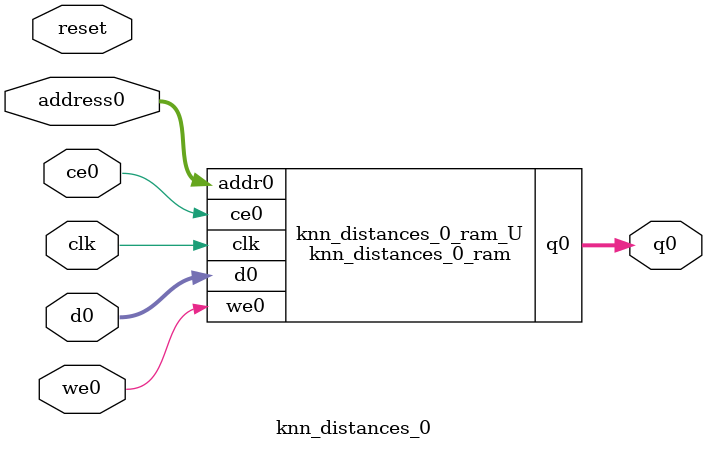
<source format=v>
`timescale 1 ns / 1 ps
module knn_distances_0_ram (addr0, ce0, d0, we0, q0,  clk);

parameter DWIDTH = 16;
parameter AWIDTH = 3;
parameter MEM_SIZE = 5;

input[AWIDTH-1:0] addr0;
input ce0;
input[DWIDTH-1:0] d0;
input we0;
output reg[DWIDTH-1:0] q0;
input clk;

(* ram_style = "distributed" *)reg [DWIDTH-1:0] ram[0:MEM_SIZE-1];




always @(posedge clk)  
begin 
    if (ce0) begin
        if (we0) 
            ram[addr0] <= d0; 
        q0 <= ram[addr0];
    end
end


endmodule

`timescale 1 ns / 1 ps
module knn_distances_0(
    reset,
    clk,
    address0,
    ce0,
    we0,
    d0,
    q0);

parameter DataWidth = 32'd16;
parameter AddressRange = 32'd5;
parameter AddressWidth = 32'd3;
input reset;
input clk;
input[AddressWidth - 1:0] address0;
input ce0;
input we0;
input[DataWidth - 1:0] d0;
output[DataWidth - 1:0] q0;



knn_distances_0_ram knn_distances_0_ram_U(
    .clk( clk ),
    .addr0( address0 ),
    .ce0( ce0 ),
    .we0( we0 ),
    .d0( d0 ),
    .q0( q0 ));

endmodule


</source>
